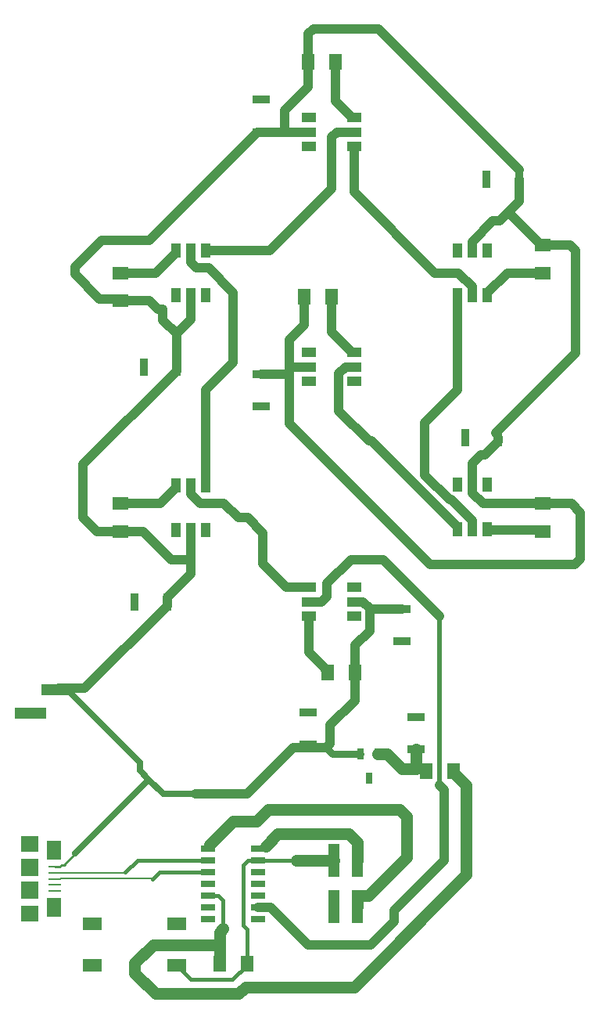
<source format=gbr>
%TF.GenerationSoftware,Altium Limited,Altium Designer,21.0.9 (235)*%
G04 Layer_Physical_Order=1*
G04 Layer_Color=255*
%FSLAX45Y45*%
%MOMM*%
%TF.SameCoordinates,63857A7F-F2A0-45EB-A652-3E74721B73D2*%
%TF.FilePolarity,Positive*%
%TF.FileFunction,Copper,L1,Top,Signal*%
%TF.Part,Single*%
G01*
G75*
%TA.AperFunction,SMDPad,CuDef*%
%ADD10R,1.50000X1.00000*%
%ADD11R,2.10000X1.40000*%
%ADD12R,1.40000X1.75000*%
G04:AMPARAMS|DCode=13|XSize=0.65mm|YSize=1.2mm|CornerRadius=0.04875mm|HoleSize=0mm|Usage=FLASHONLY|Rotation=0.000|XOffset=0mm|YOffset=0mm|HoleType=Round|Shape=RoundedRectangle|*
%AMROUNDEDRECTD13*
21,1,0.65000,1.10250,0,0,0.0*
21,1,0.55250,1.20000,0,0,0.0*
1,1,0.09750,0.27625,-0.55125*
1,1,0.09750,-0.27625,-0.55125*
1,1,0.09750,-0.27625,0.55125*
1,1,0.09750,0.27625,0.55125*
%
%ADD13ROUNDEDRECTD13*%
%ADD14R,1.90000X0.95000*%
%ADD15R,1.35000X0.22860*%
%ADD16R,3.43000X1.27000*%
%ADD17R,1.27000X3.68000*%
%ADD18R,1.90000X1.90000*%
%TA.AperFunction,ConnectorPad*%
%ADD19R,1.90000X1.80000*%
%ADD20R,1.60000X2.10000*%
%TA.AperFunction,SMDPad,CuDef*%
%ADD21R,0.95000X1.90000*%
%ADD22R,1.75000X1.40000*%
%ADD23R,1.00000X1.50000*%
%ADD24R,1.52500X0.70000*%
%TA.AperFunction,Conductor*%
%ADD25C,1.00000*%
%ADD26C,1.27000*%
%ADD27C,0.20320*%
%ADD28C,0.40640*%
%ADD29C,0.25400*%
%ADD30C,0.63500*%
%ADD31C,0.38100*%
%ADD32C,0.75000*%
%ADD33C,0.50800*%
D10*
X6341000Y9034800D02*
D03*
X5851000D02*
D03*
X6341000Y9354800D02*
D03*
Y9194800D02*
D03*
X5851000D02*
D03*
Y9354800D02*
D03*
X6341000Y11574800D02*
D03*
Y11734800D02*
D03*
Y11894800D02*
D03*
X5851000D02*
D03*
Y11734800D02*
D03*
Y11574800D02*
D03*
Y6814800D02*
D03*
Y6654800D02*
D03*
Y6494800D02*
D03*
X6341000D02*
D03*
Y6654800D02*
D03*
Y6814800D02*
D03*
D11*
X3507400Y2721400D02*
D03*
X4417400D02*
D03*
Y3171400D02*
D03*
X3507400D02*
D03*
D12*
X7416800Y4826000D02*
D03*
X7116800D02*
D03*
X5181600Y2743200D02*
D03*
X4881600D02*
D03*
X6096000Y9956800D02*
D03*
X5796000D02*
D03*
X6142000Y12496800D02*
D03*
X5842000D02*
D03*
X6050000Y5892800D02*
D03*
X6350000D02*
D03*
D13*
X6502400Y4746800D02*
D03*
X6407400Y5006800D02*
D03*
X6597400D02*
D03*
D14*
X7010400Y5409900D02*
D03*
Y5054900D02*
D03*
X5334000Y9118300D02*
D03*
Y8763300D02*
D03*
Y11734800D02*
D03*
Y12089800D02*
D03*
X5842000Y5460700D02*
D03*
Y5105700D02*
D03*
X6858000Y6578300D02*
D03*
Y6223300D02*
D03*
D15*
X3098800Y3722600D02*
D03*
Y3787600D02*
D03*
Y3592600D02*
D03*
Y3657600D02*
D03*
Y3527600D02*
D03*
D16*
X2832100Y5448300D02*
D03*
X3124100Y5702300D02*
D03*
D17*
X6121400Y3359200D02*
D03*
Y3854400D02*
D03*
X6375400Y3359200D02*
D03*
Y3854400D02*
D03*
D18*
X2831300Y3537600D02*
D03*
Y3777600D02*
D03*
D19*
Y3277600D02*
D03*
Y4037600D02*
D03*
D20*
X3086300Y3347600D02*
D03*
Y3967600D02*
D03*
D21*
X7899100Y8432800D02*
D03*
X7544100D02*
D03*
X8128000Y11226800D02*
D03*
X7773000D02*
D03*
X4419000Y9194800D02*
D03*
X4064000D02*
D03*
X4318000Y6654800D02*
D03*
X3963000D02*
D03*
D22*
X8382000Y7416800D02*
D03*
Y7716800D02*
D03*
Y10210800D02*
D03*
Y10510800D02*
D03*
X3810000Y10210800D02*
D03*
Y9910800D02*
D03*
Y7716800D02*
D03*
Y7416800D02*
D03*
D23*
X7460000Y7434800D02*
D03*
X7620000D02*
D03*
X7780000D02*
D03*
Y7924800D02*
D03*
X7620000D02*
D03*
X7460000D02*
D03*
Y9965800D02*
D03*
X7620000D02*
D03*
X7780000D02*
D03*
Y10455800D02*
D03*
X7620000D02*
D03*
X7460000D02*
D03*
X4732000D02*
D03*
X4572000D02*
D03*
X4412000D02*
D03*
Y9965800D02*
D03*
X4572000D02*
D03*
X4732000D02*
D03*
Y7915800D02*
D03*
X4572000D02*
D03*
X4412000D02*
D03*
Y7425800D02*
D03*
X4572000D02*
D03*
X4732000D02*
D03*
D24*
X5300400Y3225800D02*
D03*
Y3352800D02*
D03*
Y3479800D02*
D03*
Y3606800D02*
D03*
Y3733800D02*
D03*
Y3860800D02*
D03*
Y3987800D02*
D03*
X4758000D02*
D03*
Y3860800D02*
D03*
Y3733800D02*
D03*
Y3606800D02*
D03*
Y3479800D02*
D03*
Y3352800D02*
D03*
Y3225800D02*
D03*
D25*
X6526700Y8393100D02*
X7460000Y7459800D01*
Y7434800D02*
Y7459800D01*
X6501700Y8393100D02*
X6526700D01*
X7372456Y7759160D02*
X7388825D01*
X7620000Y7434800D02*
Y7527985D01*
X7388825Y7759160D02*
X7620000Y7527985D01*
X7107022Y8024593D02*
X7372456Y7759160D01*
X7107022Y8024593D02*
Y8589406D01*
X6510685Y6578300D02*
X6858000D01*
X6506640Y6582344D02*
X6510685Y6578300D01*
X6341000Y6654800D02*
X6434185D01*
X6350000Y6182466D02*
X6506640Y6339106D01*
X6434185Y6654800D02*
X6506640Y6582344D01*
Y6339106D02*
Y6582344D01*
X7620000Y10455800D02*
Y10548985D01*
X7842931Y10771916D01*
X7213600Y10210800D02*
X7468185D01*
X7620000Y9965800D02*
Y10058985D01*
X7468185Y10210800D02*
X7620000Y10058985D01*
Y7924800D02*
Y8149800D01*
Y7831615D02*
Y7924800D01*
X7734815Y7716800D02*
X8382000D01*
X7620000Y7831615D02*
X7734815Y7716800D01*
X7755178Y8246378D02*
X7899100Y8390300D01*
X7716578Y8246378D02*
X7755178D01*
X7620000Y8149800D02*
X7716578Y8246378D01*
X7899100Y8390300D02*
Y8432800D01*
X7780000Y7425800D02*
X8373000D01*
X8382000Y7416800D01*
X7780000Y7425800D02*
Y7434800D01*
X6175360Y8719441D02*
X6501700Y8393100D01*
X6247815Y9194800D02*
X6341000D01*
X6175360Y9122344D02*
X6247815Y9194800D01*
X6175360Y8719441D02*
Y9122344D01*
X6316000Y9354800D02*
X6341000D01*
X6096000Y9574800D02*
X6316000Y9354800D01*
X5651500Y9194800D02*
X5851000D01*
X5638800Y9207500D02*
Y9486934D01*
Y9144000D02*
Y9207500D01*
X5651500Y9194800D01*
X5638800Y9486934D02*
X5796000Y9644134D01*
X4419000Y9551000D02*
X4572000Y9704000D01*
Y7822615D02*
Y7915800D01*
Y7822615D02*
X4673015Y7721600D01*
X6520180Y2946400D02*
X6773333Y3199553D01*
X5842000Y2946400D02*
X6520180D01*
X6773333Y3199553D02*
Y3318933D01*
X4572000Y10322368D02*
X4630579Y10263789D01*
X4764011D01*
X4572000Y10322368D02*
Y10455800D01*
X4764011Y10263789D02*
X5029200Y9998600D01*
X7107022Y8589406D02*
X7460000Y8942384D01*
X4732000Y10455800D02*
X5426600D01*
X6096000Y11125200D02*
Y11676221D01*
X5426600Y10455800D02*
X6096000Y11125200D01*
X6154579Y11734800D02*
X6341000D01*
X6096000Y11676221D02*
X6154579Y11734800D01*
X5900579Y12852400D02*
X6604000D01*
X5842000Y12224050D02*
Y12793821D01*
X5900579Y12852400D01*
X6604000D02*
X8128000Y11328400D01*
X3606800Y10566400D02*
X4123100D01*
X3318021Y10277621D02*
X3606800Y10566400D01*
X3318021Y10194779D02*
Y10277621D01*
Y10194779D02*
X3582000Y9930800D01*
X3790000D01*
X4123100Y10566400D02*
X5291500Y11734800D01*
X3790000Y9930800D02*
X3810000Y9910800D01*
X5291500Y11734800D02*
X5334000D01*
X4732000Y8943716D02*
X5029200Y9240916D01*
Y9998600D01*
X6308200Y7112000D02*
X6654800D01*
X6826600Y6940200D01*
X6826600D01*
X7264400Y6502400D01*
X6048655Y6852455D02*
X6308200Y7112000D01*
X3137600Y5715800D02*
X3421500D01*
X7315200Y3860800D02*
Y4622800D01*
X6773333Y3318933D02*
X7315200Y3860800D01*
X7264400Y4673600D02*
X7315200Y4622800D01*
X4622800Y4572600D02*
X5182200D01*
X5681950Y5072350D01*
X6037550D01*
X5088324Y7560876D02*
X5189924D01*
X4673015Y7721600D02*
X4927600D01*
X5088324Y7560876D01*
X5352676Y7063492D02*
X5601368Y6814800D01*
X5352676Y7063492D02*
Y7398124D01*
X5601368Y6814800D02*
X5851000D01*
X5189924Y7560876D02*
X5352676Y7398124D01*
X5851000Y6654800D02*
X5990076D01*
X6048655Y6713379D02*
Y6852455D01*
X5990076Y6654800D02*
X6048655Y6713379D01*
X6350000Y5588000D02*
Y5892800D01*
X6082350Y5117150D02*
Y5320350D01*
X6350000Y5588000D01*
Y5892800D02*
Y6182466D01*
X6142000Y12068800D02*
Y12496800D01*
X8382000Y7716800D02*
X8691600D01*
X7162800Y7061200D02*
X8729821D01*
X8788400Y7119779D01*
X8691600Y7716800D02*
X8788400Y7620000D01*
Y7119779D02*
Y7620000D01*
X3403600Y8136900D02*
X4419000Y9152300D01*
X3556000Y7416800D02*
X3810000D01*
X3403600Y7569200D02*
X3556000Y7416800D01*
X3403600Y7569200D02*
Y8136900D01*
X3810000Y7416800D02*
X4057350D01*
X8382000Y10510800D02*
X8679021D01*
X8737600Y9338900D02*
Y10452221D01*
X7874000Y8475300D02*
X8737600Y9338900D01*
X8679021Y10510800D02*
X8737600Y10452221D01*
X8364500Y10510800D02*
X8382000D01*
X6341000Y11083400D02*
Y11574800D01*
Y11083400D02*
X7213600Y10210800D01*
X6037550Y5072350D02*
X6082350Y5117150D01*
X3421500Y5715800D02*
X4318000Y6612300D01*
X3124100Y5702300D02*
X3137600Y5715800D01*
X4318000Y6612300D02*
Y6654800D01*
Y6697300D01*
X4572000Y6951300D01*
X6096000Y9574800D02*
Y9956800D01*
X5638800Y8585200D02*
Y9144000D01*
X5613100Y9118300D02*
X5638800Y9144000D01*
X5334000Y9118300D02*
X5613100D01*
X5638800Y8585200D02*
X7162800Y7061200D01*
X5796000Y9644134D02*
Y9956800D01*
X7460000Y8942384D02*
Y9965800D01*
X8000000Y10210800D02*
X8382000D01*
X7780000Y9990800D02*
X8000000Y10210800D01*
X7780000Y9965800D02*
Y9990800D01*
X7996500Y10850300D02*
X8128000Y10981800D01*
X7918116Y10771916D02*
X7996500Y10850300D01*
X8025000D01*
X8364500Y10510800D01*
X7842931Y10771916D02*
X7918116D01*
X8128000Y10981800D02*
Y11226800D01*
X6142000Y12068800D02*
X6316000Y11894800D01*
X6341000D01*
X5588000Y11734800D02*
X5851000D01*
X5334000D02*
X5588000D01*
Y11970050D02*
X5842000Y12224050D01*
X5588000Y11734800D02*
Y11970050D01*
X4192000Y10210800D02*
X4412000Y10430800D01*
X3810000Y10210800D02*
X4192000D01*
X4412000Y10430800D02*
Y10455800D01*
X4218066Y9815400D02*
X4267200D01*
X4419000Y9194800D02*
Y9551000D01*
X4267200Y9702800D02*
X4419000Y9551000D01*
X4267200Y9702800D02*
Y9815400D01*
X4572000Y9704000D02*
Y9965800D01*
X3810000Y9910800D02*
X4122666D01*
X4218066Y9815400D01*
X4732000Y7915800D02*
Y8943716D01*
X4419000Y9152300D02*
Y9194800D01*
X5435600Y3352800D02*
X5842000Y2946400D01*
X5851000Y6109300D02*
Y6494800D01*
Y6109300D02*
X6030000Y5930300D01*
Y5912800D02*
Y5930300D01*
Y5912800D02*
X6050000Y5892800D01*
X5300400Y3352800D02*
X5435600D01*
X3810000Y7721600D02*
X3814800Y7716800D01*
X4238000D01*
X4412000Y7890800D01*
Y7915800D01*
X4572000Y6951300D02*
Y7112000D01*
X4057350Y7416800D02*
X4362150Y7112000D01*
X4572000D02*
Y7425800D01*
X4362150Y7112000D02*
X4572000D01*
X3810000Y7716800D02*
Y7721600D01*
D26*
X5514140Y4142540D02*
X6285765D01*
X5384800Y4013200D02*
X5514140Y4142540D01*
X6375400Y3854400D02*
Y4052905D01*
X6285765Y4142540D02*
X6375400Y4052905D01*
Y3479700D02*
X6495900D01*
X6905564Y3889364D02*
Y4330700D01*
X6495900Y3479700D02*
X6905564Y3889364D01*
X6375400Y3359200D02*
Y3479700D01*
X6343234Y2489200D02*
X7555700Y3701666D01*
X5160626Y2489200D02*
X6343234D01*
X7555700Y3701666D02*
Y4669600D01*
X4165600Y2946400D02*
X4881600D01*
X3964205Y2745005D02*
X4165600Y2946400D01*
X3964205Y2639795D02*
Y2745005D01*
Y2639795D02*
X4189600Y2414400D01*
X4881600Y2946400D02*
Y3075137D01*
Y2743200D02*
Y2946400D01*
X4189600Y2414400D02*
X5085826D01*
X5160626Y2489200D01*
X7416800Y4808500D02*
X7555700Y4669600D01*
X7416800Y4808500D02*
Y4826000D01*
X5408395Y4405095D02*
X6831169D01*
X6905564Y4330700D01*
X6856300Y4850000D02*
X7010400D01*
Y5054900D01*
X6597400Y5006800D02*
X6699500D01*
X6856300Y4850000D01*
X5181600Y2725700D02*
Y2743200D01*
X4881600Y3075137D02*
X4923150Y3116686D01*
X5283200Y4279900D02*
X5408395Y4405095D01*
X4775200Y4025900D02*
X5029200Y4279900D01*
X5283200D01*
X5715625Y3857700D02*
X5718925Y3854400D01*
X6121400D01*
D27*
X3854010Y3722600D02*
X3862900Y3731490D01*
X3154680Y3660370D02*
X4150130D01*
X4152900Y3657600D01*
X3098800Y3722600D02*
X3854010D01*
X3154680Y3658870D02*
Y3660370D01*
X3153410Y3657600D02*
X3154680Y3658870D01*
X3098800Y3657600D02*
X3153410D01*
D28*
X3862900Y3731490D02*
X3992210Y3860800D01*
X4758000D01*
X4229100Y3733800D02*
X4758000D01*
X4152900Y3657600D02*
X4229100Y3733800D01*
D29*
X3152330Y3787600D02*
X3173990Y3809260D01*
X3098800Y3787600D02*
X3152330D01*
X3173990Y3809260D02*
X3199660D01*
X3320654Y3930254D01*
X3098800Y3787600D02*
X3103381Y3792181D01*
D30*
X4117800Y4727400D02*
X4272600Y4572600D01*
X4019050Y4826150D02*
X4117800Y4727400D01*
X3320654Y3930254D02*
X4117800Y4727400D01*
X4019050Y4826150D02*
Y4915350D01*
X3232100Y5702300D02*
X4019050Y4915350D01*
X4272600Y4572600D02*
X4622800D01*
D31*
X4758000Y3476700D02*
X4871073D01*
X4417400Y2721400D02*
X4572000Y2566800D01*
X4923150Y3116686D02*
Y3424624D01*
X4572000Y2566800D02*
X5022700D01*
X5181600Y2725700D01*
X4871073Y3476700D02*
X4923150Y3424624D01*
X5187327Y3857700D02*
X5297300D01*
X5135250Y3805624D02*
X5187327Y3857700D01*
X5135250Y3153976D02*
Y3805624D01*
Y3153976D02*
X5181600Y3107626D01*
Y2743200D02*
Y3107626D01*
X5303500Y3857700D02*
X5715625D01*
X5300400Y3860800D02*
X5303500Y3857700D01*
D32*
X6103100Y5006800D02*
X6407400D01*
X6037550Y5072350D02*
X6103100Y5006800D01*
D33*
X7264400Y4673600D02*
Y6502400D01*
%TF.MD5,5876044edae49855fd035e3d3b8bda29*%
M02*

</source>
